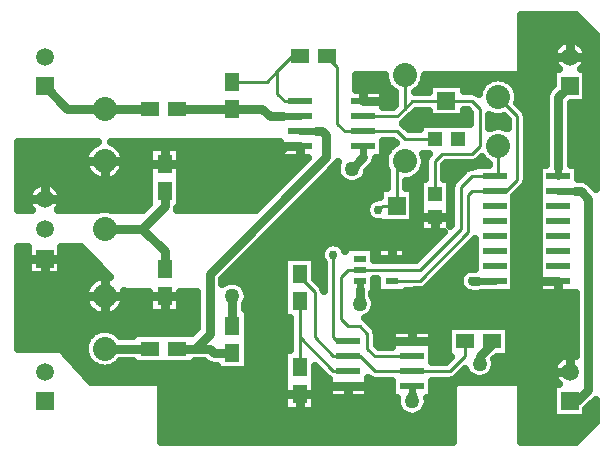
<source format=gbr>
G04 DipTrace 3.3.1.3*
G04 Top.gbr*
%MOIN*%
G04 #@! TF.FileFunction,Copper,L1,Top*
G04 #@! TF.Part,Single*
G04 #@! TA.AperFunction,CopperBalancing*
%ADD14C,0.03*%
G04 #@! TA.AperFunction,Conductor*
%ADD15C,0.023622*%
%ADD16C,0.01*%
G04 #@! TA.AperFunction,CopperBalancing*
%ADD17C,0.025*%
%ADD21R,0.06X0.05*%
%ADD22R,0.05X0.06*%
G04 #@! TA.AperFunction,ViaPad*
%ADD23C,0.05*%
G04 #@! TA.AperFunction,ComponentPad*
%ADD24R,0.05937X0.05937*%
%ADD25C,0.05937*%
%ADD26R,0.07874X0.023622*%
%ADD28R,0.047244X0.047244*%
%ADD29R,0.059055X0.062992*%
%ADD31R,0.062992X0.059055*%
G04 #@! TA.AperFunction,ComponentPad*
%ADD32C,0.08*%
%ADD34R,0.043307X0.023622*%
%FSLAX26Y26*%
G04*
G70*
G90*
G75*
G01*
G04 Top*
%LPD*%
X1187598Y1175000D2*
D15*
X1241969D1*
D14*
X1275000Y1208031D1*
X1281299Y650000D2*
D15*
Y656299D1*
X900000Y950000D2*
D14*
Y1000000D1*
X925000Y1025000D1*
D15*
X975000D1*
X750000Y425000D2*
D14*
Y525000D1*
X1187598Y1025000D2*
D15*
Y987598D1*
D14*
X1150000Y950000D1*
X1175000Y575197D2*
D15*
Y548386D1*
D14*
Y500000D1*
X1615000Y375000D2*
X1625000D1*
X1575000Y325000D1*
Y300000D1*
X1625000Y575000D2*
D15*
X1570630D1*
D14*
X1550000D1*
X1350000Y225000D2*
D15*
Y198189D1*
D14*
Y175000D1*
X525000Y615000D2*
Y675000D1*
X450000Y750000D1*
X325000D1*
X525000Y875000D2*
Y825000D1*
X450000Y750000D1*
X1137402Y325000D2*
D16*
X1087500D1*
X1025000Y387500D1*
Y537500D1*
X975000Y587500D1*
Y600000D1*
X1350000Y275000D2*
X1225000D1*
X1175000Y325000D1*
X1137402D1*
X1525000Y375000D2*
Y325000D1*
X1475000Y275000D1*
X1350000D1*
X1298228Y826870D2*
X1289370D1*
Y839370D1*
X1137402Y375000D2*
X1100000D1*
X1087500Y387500D1*
Y662500D1*
X1237500Y812500D2*
X1251870Y826870D1*
X1298228D1*
Y948228D1*
X1325000Y975000D1*
X750000Y335000D2*
D14*
X690000D1*
X675000Y350000D1*
X625000D1*
X565000D1*
X975000Y1075000D2*
D15*
X1029370D1*
D14*
X1050000D1*
X1062500Y1062500D1*
Y987500D1*
X675000Y600000D1*
Y400000D1*
X625000Y350000D1*
X565000Y1150000D2*
X750000D1*
X975000Y1125000D2*
D15*
X920630D1*
D14*
X875000D1*
X850000Y1150000D1*
X750000D1*
X1837598Y925000D2*
D15*
Y951811D1*
D14*
Y1187598D1*
X1875000Y1225000D1*
X1837598Y875000D2*
D15*
X1891969D1*
D14*
X1912500D1*
X1937500Y850000D1*
Y212500D1*
X1900000Y175000D1*
X1875000D1*
X1281299Y575197D2*
D16*
X1375197D1*
X1537500Y737500D1*
Y862500D1*
X1550000Y875000D1*
X1625000D1*
X1637500Y1187500D2*
X1700000Y1125000D1*
Y912500D1*
X1662500Y875000D1*
X1625000D1*
X1350000Y325000D2*
X1225000D1*
X1200000Y350000D1*
Y400000D1*
X1175000Y425000D1*
X1137500D1*
X1112500Y450000D1*
Y587500D1*
X1137598Y612598D1*
X1175000D1*
X1625000Y925000D2*
X1550000D1*
X1512500Y887500D1*
Y750000D1*
X1375098Y612598D1*
X1175000D1*
X1637500Y1025000D2*
Y937500D1*
X1625000Y925000D1*
X975000Y287500D2*
Y387500D1*
Y510000D1*
X1137402Y275000D2*
X1087500D1*
X975000Y387500D1*
X125000Y1225000D2*
D14*
X200000Y1150000D1*
X324827D1*
X475000D1*
X325000Y350000D2*
X475000D1*
X975000Y1175000D2*
D16*
X925000D1*
X900000Y1200000D1*
Y1275000D1*
X950000Y1325000D1*
X975000D1*
X750000Y1240000D2*
X865000D1*
X900000Y1275000D1*
X1065000Y1325000D2*
Y1322500D1*
X1100000Y1287500D1*
Y1100000D1*
X1125000Y1075000D1*
X1187598D1*
X1300000D1*
X1325000Y1050000D1*
X1425000D1*
X1187598Y1125000D2*
X1300000D1*
X1325000Y1150000D1*
X1350000Y1175000D1*
X1462598D1*
X1464370Y1176772D1*
X1424960Y866240D2*
Y974960D1*
X1450000Y1000000D1*
X1550000D1*
X1575000Y1025000D1*
Y1150000D1*
X1548228Y1176772D1*
X1464370D1*
X1325000Y1262500D2*
Y1150000D1*
D14*
X1275000Y1208031D3*
D23*
X900000Y950000D3*
X750000Y525000D3*
X1150000Y950000D3*
D14*
X1550000Y575000D3*
X1087500Y662500D3*
X1237500Y812500D3*
D23*
X1175000Y500000D3*
X1350000Y175000D3*
X1575000Y300000D3*
X1325000Y450000D3*
Y725000D3*
X40018Y1012631D2*
D17*
X267655D1*
X382317D2*
X471011D1*
X578998D2*
X906645D1*
X40018Y987762D2*
X257249D1*
X392759D2*
X471011D1*
X578998D2*
X906645D1*
X40018Y962894D2*
X257105D1*
X392903D2*
X471011D1*
X578998D2*
X976691D1*
X40018Y938025D2*
X267225D1*
X382784D2*
X471011D1*
X578998D2*
X951823D1*
X40018Y913156D2*
X298049D1*
X351959D2*
X471011D1*
X578998D2*
X926955D1*
X40018Y888287D2*
X82887D1*
X167084D2*
X471011D1*
X578998D2*
X902088D1*
X40018Y863419D2*
X68354D1*
X181653D2*
X471011D1*
X578998D2*
X877220D1*
X40018Y838550D2*
X67206D1*
X182801D2*
X471011D1*
X578998D2*
X852352D1*
X40018Y813681D2*
X78330D1*
X171641D2*
X303360D1*
X346648D2*
X452495D1*
X567444D2*
X827484D1*
X576500Y908498D2*
Y818500D1*
X565986D1*
X565350Y815300D1*
X566995Y812500D1*
X828842D1*
X1002996Y986686D1*
X909130Y986689D1*
Y1037514D1*
X347688Y1037500D1*
X354169Y1034761D1*
X360582Y1031180D1*
X366561Y1026913D1*
X372032Y1022013D1*
X376930Y1016539D1*
X381195Y1010558D1*
X384774Y1004144D1*
X387623Y997374D1*
X389709Y990330D1*
X391005Y983100D1*
X391500Y975000D1*
X391094Y967666D1*
X389882Y960421D1*
X387879Y953354D1*
X385108Y946552D1*
X381604Y940096D1*
X377409Y934066D1*
X372575Y928536D1*
X367160Y923573D1*
X361231Y919237D1*
X354860Y915581D1*
X348125Y912650D1*
X341107Y910480D1*
X333893Y909097D1*
X326571Y908519D1*
X319229Y908751D1*
X311958Y909791D1*
X304846Y911628D1*
X297979Y914237D1*
X291443Y917588D1*
X285316Y921639D1*
X279673Y926341D1*
X274583Y931637D1*
X270108Y937462D1*
X266303Y943745D1*
X263214Y950409D1*
X260879Y957373D1*
X259326Y964553D1*
X258574Y971860D1*
X258633Y979205D1*
X259502Y986498D1*
X261169Y993652D1*
X263616Y1000578D1*
X266811Y1007192D1*
X270717Y1013413D1*
X275284Y1019165D1*
X280458Y1024379D1*
X286176Y1028990D1*
X292367Y1032943D1*
X298957Y1036188D1*
X302288Y1037500D1*
X37505D1*
X37500Y812483D1*
X81634Y812702D1*
X77345Y818663D1*
X73870Y825133D1*
X71269Y832001D1*
X69586Y839149D1*
X68849Y846456D1*
X69072Y853796D1*
X70251Y861045D1*
X72364Y868078D1*
X75377Y874775D1*
X79238Y881023D1*
X83880Y886713D1*
X89225Y891749D1*
X95182Y896045D1*
X101647Y899527D1*
X108512Y902137D1*
X115658Y903828D1*
X122964Y904573D1*
X130305Y904359D1*
X137555Y903189D1*
X144591Y901084D1*
X151292Y898079D1*
X157543Y894226D1*
X163239Y889590D1*
X168281Y884251D1*
X172584Y878300D1*
X176074Y871838D1*
X178692Y864976D1*
X180392Y857832D1*
X181146Y850527D1*
X180915Y842922D1*
X179720Y835676D1*
X177589Y828648D1*
X174561Y821958D1*
X170685Y815720D1*
X168195Y812503D1*
X302277Y812500D1*
X309476Y814663D1*
X319782Y816295D1*
X330218D1*
X340524Y814663D1*
X347559Y812504D1*
X453780Y812500D1*
X473509Y832199D1*
X473500Y1021500D1*
X576500D1*
X576493Y908500D1*
X525000Y1021464D2*
D14*
Y965000D1*
X473536D2*
X576464D1*
X125000Y904574D2*
Y848425D1*
X68851D2*
X181149D1*
X325000Y975000D2*
Y908536D1*
X258536Y975000D2*
X391464D1*
X975000Y1025000D2*
Y986725D1*
X909166Y1025000D2*
X975000D1*
X1714984Y1437631D2*
D17*
X1917179D1*
X1714984Y1412762D2*
X1942047D1*
X1714984Y1387894D2*
X1959989D1*
X1714984Y1363025D2*
X1832636D1*
X1917371D2*
X1959989D1*
X1714984Y1338156D2*
X1818283D1*
X1931725D2*
X1959989D1*
X1714984Y1313287D2*
X1817242D1*
X1932765D2*
X1959989D1*
X1714984Y1288419D2*
X1828545D1*
X1921462D2*
X1959989D1*
X1707520Y1263550D2*
X1816309D1*
X1933698D2*
X1959989D1*
X1164987Y1238681D2*
X1260427D1*
X1389586D2*
X1592535D1*
X1682473D2*
X1816309D1*
X1933698D2*
X1959989D1*
X1164987Y1213812D2*
X1277221D1*
X1372793D2*
X1403856D1*
X1524870D2*
X1573911D1*
X1701061D2*
X1802924D1*
X1933698D2*
X1959989D1*
X1255954Y1188944D2*
X1291000D1*
X1706480D2*
X1793630D1*
X1933698D2*
X1959989D1*
X1255954Y1164075D2*
X1291000D1*
X1707987D2*
X1793594D1*
X1881594D2*
X1959989D1*
X1361238Y1139206D2*
X1403856D1*
X1524870D2*
X1538745D1*
X1730630D2*
X1793594D1*
X1881594D2*
X1959989D1*
X1336370Y1114337D2*
X1541005D1*
X1608982D2*
X1663622D1*
X1734003D2*
X1793594D1*
X1881594D2*
X1959989D1*
X1332566Y1089469D2*
X1372386D1*
X1608982D2*
X1618695D1*
X1656313D2*
X1665990D1*
X1734003D2*
X1793594D1*
X1881594D2*
X1959989D1*
X1734003Y1064600D2*
X1793594D1*
X1881594D2*
X1959989D1*
X1255954Y1039731D2*
X1288237D1*
X1734003D2*
X1793594D1*
X1881594D2*
X1959989D1*
X1255954Y1014862D2*
X1269255D1*
X1734003D2*
X1793594D1*
X1881594D2*
X1959989D1*
X1734003Y989993D2*
X1793594D1*
X1881594D2*
X1959989D1*
X1224986Y965125D2*
X1256731D1*
X1462180D2*
X1603516D1*
X1734003D2*
X1793594D1*
X1881594D2*
X1959989D1*
X1076461Y940256D2*
X1096939D1*
X1203060D2*
X1264231D1*
X1458950D2*
X1518219D1*
X1734003D2*
X1769229D1*
X1905960D2*
X1959989D1*
X1051593Y915387D2*
X1109355D1*
X1190644D2*
X1264231D1*
X1356968D2*
X1372350D1*
X1477574D2*
X1493351D1*
X1734003D2*
X1769229D1*
X1924548D2*
X1959989D1*
X1026725Y890518D2*
X1264231D1*
X1332243D2*
X1372350D1*
X1725068D2*
X1769229D1*
X1001822Y865650D2*
X1239686D1*
X1356752D2*
X1372350D1*
X1700200D2*
X1769229D1*
X976954Y840781D2*
X1204627D1*
X1356752D2*
X1372350D1*
X1693382D2*
X1769229D1*
X952086Y815912D2*
X1193647D1*
X1356752D2*
X1372386D1*
X1693382D2*
X1769229D1*
X927219Y791043D2*
X1199460D1*
X1356752D2*
X1372386D1*
X1693382D2*
X1769229D1*
X902351Y766175D2*
X1372386D1*
X1693382D2*
X1769229D1*
X877483Y741306D2*
X1372386D1*
X1693382D2*
X1769229D1*
X852615Y716437D2*
X1431882D1*
X1693382D2*
X1769229D1*
X827748Y691568D2*
X1055385D1*
X1119630D2*
X1407014D1*
X1538613D2*
X1556615D1*
X1693382D2*
X1769229D1*
X40018Y666699D2*
X66309D1*
X183698D2*
X263134D1*
X802880D2*
X1043722D1*
X1331956D2*
X1382146D1*
X1513746D2*
X1556615D1*
X1693382D2*
X1769229D1*
X40018Y641831D2*
X66309D1*
X183698D2*
X288001D1*
X778012D2*
X920999D1*
X1028986D2*
X1048997D1*
X1488878D2*
X1556615D1*
X1693382D2*
X1769229D1*
X40018Y616962D2*
X66309D1*
X183698D2*
X312869D1*
X753144D2*
X920999D1*
X1028986D2*
X1053483D1*
X1464010D2*
X1556615D1*
X1693382D2*
X1769229D1*
X40018Y592093D2*
X337737D1*
X728277D2*
X920999D1*
X1028986D2*
X1053483D1*
X1439142D2*
X1509679D1*
X1693382D2*
X1769229D1*
X40018Y567224D2*
X271136D1*
X781995D2*
X920999D1*
X1042335D2*
X1053499D1*
X1414275D2*
X1506736D1*
X1693382D2*
X1769229D1*
X40018Y542356D2*
X258289D1*
X800978D2*
X920999D1*
X1331956D2*
X1521879D1*
X1693382D2*
X1769229D1*
X40018Y517487D2*
X256423D1*
X393585D2*
X471011D1*
X578998D2*
X630983D1*
X803454D2*
X920999D1*
X1225954D2*
X1893496D1*
X40018Y492618D2*
X264426D1*
X385583D2*
X471011D1*
X578998D2*
X630983D1*
X794016D2*
X920999D1*
X1228466D2*
X1893496D1*
X40018Y467749D2*
X288683D1*
X361325D2*
X630983D1*
X803992D2*
X920999D1*
X1217665D2*
X1893496D1*
X40018Y442881D2*
X630983D1*
X803992D2*
X940986D1*
X1204173D2*
X1893496D1*
X40018Y418012D2*
X630983D1*
X803992D2*
X940986D1*
X1228359D2*
X1466008D1*
X1674004D2*
X1893496D1*
X40018Y393143D2*
X271889D1*
X378119D2*
X416000D1*
X803992D2*
X940986D1*
X1233992D2*
X1281635D1*
X1418365D2*
X1466008D1*
X1674004D2*
X1893496D1*
X40018Y368274D2*
X258576D1*
X803992D2*
X940986D1*
X1233992D2*
X1281635D1*
X1418365D2*
X1466008D1*
X1674004D2*
X1893496D1*
X188973Y343406D2*
X256316D1*
X803992D2*
X920999D1*
X1418365D2*
X1466008D1*
X1674004D2*
X1893496D1*
X211078Y318537D2*
X263923D1*
X803992D2*
X920999D1*
X1418365D2*
X1471498D1*
X1629723D2*
X1839024D1*
X233183Y293668D2*
X287176D1*
X362832D2*
X683768D1*
X803992D2*
X920999D1*
X1628611D2*
X1820077D1*
X255287Y268799D2*
X920999D1*
X1028986D2*
X1046665D1*
X1515863D2*
X1531532D1*
X1618456D2*
X1816488D1*
X277392Y243930D2*
X920999D1*
X1028986D2*
X1069021D1*
X1205788D2*
X1217294D1*
X1482706D2*
X1824670D1*
X515017Y219062D2*
X920999D1*
X1028986D2*
X1069021D1*
X1205788D2*
X1281635D1*
X1418365D2*
X1484990D1*
X1714984D2*
X1816309D1*
X515017Y194193D2*
X920999D1*
X1028986D2*
X1069021D1*
X1205788D2*
X1281635D1*
X1418365D2*
X1484990D1*
X1714984D2*
X1816309D1*
X515017Y169324D2*
X920999D1*
X1028986D2*
X1296311D1*
X1403689D2*
X1484990D1*
X1714984D2*
X1816309D1*
X515017Y144455D2*
X920999D1*
X1028986D2*
X1306036D1*
X1393964D2*
X1484990D1*
X1714984D2*
X1816309D1*
X1933698D2*
X1959989D1*
X515017Y119587D2*
X1484990D1*
X1714984D2*
X1816309D1*
X1933698D2*
X1959989D1*
X515017Y94718D2*
X1484990D1*
X1714984D2*
X1949547D1*
X515017Y69849D2*
X1484990D1*
X1714984D2*
X1924679D1*
X515017Y44980D2*
X1484990D1*
X1714984D2*
X1899811D1*
X1477686Y426500D2*
X1671500D1*
Y323500D1*
X1632207D1*
X1624125Y315435D1*
X1625866Y308056D1*
X1626500Y300000D1*
X1625866Y291944D1*
X1623979Y284086D1*
X1620887Y276619D1*
X1616664Y269729D1*
X1611416Y263584D1*
X1605271Y258336D1*
X1598381Y254113D1*
X1590914Y251021D1*
X1583056Y249134D1*
X1575000Y248500D1*
X1566944Y249134D1*
X1559086Y251021D1*
X1551619Y254113D1*
X1544729Y258336D1*
X1538584Y263584D1*
X1533336Y269729D1*
X1529113Y276619D1*
X1526726Y282174D1*
X1495458Y251047D1*
X1491459Y248142D1*
X1487055Y245898D1*
X1482354Y244370D1*
X1477471Y243597D1*
X1415899Y243500D1*
X1415870Y186689D1*
X1400189D1*
X1401341Y179041D1*
Y170959D1*
X1400077Y162978D1*
X1397580Y155292D1*
X1393911Y148091D1*
X1389161Y141553D1*
X1383447Y135839D1*
X1376909Y131089D1*
X1369708Y127420D1*
X1362022Y124923D1*
X1354041Y123659D1*
X1345959D1*
X1337978Y124923D1*
X1330292Y127420D1*
X1323091Y131089D1*
X1316553Y135839D1*
X1310839Y141553D1*
X1306089Y148091D1*
X1302420Y155292D1*
X1299923Y162978D1*
X1298659Y170959D1*
Y179041D1*
X1299858Y186697D1*
X1284130Y186689D1*
Y243493D1*
X1222529Y243597D1*
X1217646Y244370D1*
X1212945Y245898D1*
X1208541Y248142D1*
X1204535Y251054D1*
X1203272Y249006D1*
Y186689D1*
X1071531D1*
Y247843D1*
X1067042Y251047D1*
X1026480Y291472D1*
X1026500Y141000D1*
X923500D1*
Y344000D1*
X943488D1*
X943500Y453491D1*
X923500Y453500D1*
Y656500D1*
X1026500D1*
Y580533D1*
X1048953Y557958D1*
X1051858Y553959D1*
X1054102Y549555D1*
X1056000Y543668D1*
X1055943Y635548D1*
X1052115Y640816D1*
X1049159Y646619D1*
X1047147Y652812D1*
X1046128Y659244D1*
Y665756D1*
X1047147Y672188D1*
X1049159Y678381D1*
X1052115Y684184D1*
X1055943Y689452D1*
X1060548Y694057D1*
X1065816Y697885D1*
X1071619Y700841D1*
X1077812Y702853D1*
X1084244Y703872D1*
X1090756D1*
X1097188Y702853D1*
X1103381Y700841D1*
X1109184Y697885D1*
X1114452Y694057D1*
X1119057Y689452D1*
X1122885Y684184D1*
X1125841Y678381D1*
X1126846Y675993D1*
Y688311D1*
X1223154D1*
Y644127D1*
X1233168Y644098D1*
X1233146Y688311D1*
X1329453D1*
Y644094D1*
X1362064Y644098D1*
X1455310Y737358D1*
X1374878Y737378D1*
X1374839Y916362D1*
X1393462D1*
X1393557Y977432D1*
X1394330Y982314D1*
X1395858Y987015D1*
X1398102Y991419D1*
X1401007Y995418D1*
X1405351Y999899D1*
X1386668Y999878D1*
X1389663Y990524D1*
X1391295Y980218D1*
Y969782D1*
X1389663Y959476D1*
X1386438Y949552D1*
X1381701Y940254D1*
X1375567Y931812D1*
X1368188Y924433D1*
X1359746Y918299D1*
X1350448Y913562D1*
X1340524Y910337D1*
X1330218Y908705D1*
X1329708Y908685D1*
X1329728Y884893D1*
X1354256Y884866D1*
Y768874D1*
X1242201D1*
Y771278D1*
X1237500Y771000D1*
X1231008Y771511D1*
X1224676Y773031D1*
X1218659Y775523D1*
X1213107Y778926D1*
X1208155Y783155D1*
X1203926Y788107D1*
X1200523Y793659D1*
X1198031Y799676D1*
X1196511Y806008D1*
X1196000Y812500D1*
X1196511Y818992D1*
X1198031Y825324D1*
X1200523Y831341D1*
X1203926Y836893D1*
X1208155Y841845D1*
X1213107Y846074D1*
X1218659Y849477D1*
X1224676Y851969D1*
X1231008Y853489D1*
X1235758Y853932D1*
X1239816Y855972D1*
X1242145Y856831D1*
X1242201Y884866D1*
X1266710D1*
X1266728Y942955D1*
X1263562Y949552D1*
X1260337Y959476D1*
X1258705Y969782D1*
Y980218D1*
X1260337Y990524D1*
X1263562Y1000448D1*
X1268299Y1009746D1*
X1274433Y1018188D1*
X1281812Y1025567D1*
X1290254Y1031701D1*
X1295754Y1034687D1*
X1286969Y1043484D1*
X1253458Y1043500D1*
X1253469Y986689D1*
X1229103D1*
X1228588Y981106D1*
X1227067Y974774D1*
X1224575Y968758D1*
X1221173Y963205D1*
X1216943Y958253D1*
X1200866Y941944D1*
X1198979Y934086D1*
X1195887Y926619D1*
X1191664Y919729D1*
X1186416Y913584D1*
X1180271Y908336D1*
X1173381Y904113D1*
X1165914Y901021D1*
X1158056Y899134D1*
X1150000Y898500D1*
X1141944Y899134D1*
X1134086Y901021D1*
X1126619Y904113D1*
X1119729Y908336D1*
X1113584Y913584D1*
X1108336Y919729D1*
X1104113Y926619D1*
X1101021Y934086D1*
X1099134Y941944D1*
X1098500Y950000D1*
X1099134Y958056D1*
X1101021Y965914D1*
X1104113Y973381D1*
X1094057Y960548D1*
X1065862Y932172D1*
X716488Y582798D1*
X716553Y564161D1*
X723091Y568911D1*
X730292Y572580D1*
X737978Y575077D1*
X745959Y576341D1*
X754041D1*
X762022Y575077D1*
X769708Y572580D1*
X776909Y568911D1*
X783447Y564161D1*
X789161Y558447D1*
X793911Y551909D1*
X797580Y544708D1*
X800077Y537022D1*
X801341Y529041D1*
Y520959D1*
X800077Y512978D1*
X797580Y505292D1*
X793911Y498091D1*
X791498Y494518D1*
X791500Y481472D1*
X801500Y481500D1*
Y278500D1*
X698500D1*
Y293535D1*
X686744Y293628D1*
X680312Y294647D1*
X674119Y296659D1*
X668316Y299615D1*
X663048Y303443D1*
X657788Y308522D1*
X624987Y308500D1*
X621500Y300450D1*
Y298500D1*
X418500D1*
Y308512D1*
X376929Y308500D1*
X372023Y302977D1*
X364088Y296200D1*
X355190Y290748D1*
X345550Y286755D1*
X335403Y284319D1*
X325000Y283500D1*
X314597Y284319D1*
X304450Y286755D1*
X294810Y290748D1*
X285912Y296200D1*
X277977Y302977D1*
X271200Y310912D1*
X265748Y319810D1*
X261755Y329450D1*
X259319Y339597D1*
X258500Y350000D1*
X259319Y360403D1*
X261755Y370550D1*
X265748Y380190D1*
X271200Y389088D1*
X277977Y397023D1*
X285912Y403800D1*
X294810Y409252D1*
X304450Y413245D1*
X314597Y415681D1*
X325000Y416500D1*
X335403Y415681D1*
X345550Y413245D1*
X355190Y409252D1*
X364088Y403800D1*
X372023Y397023D1*
X376893Y391506D1*
X418478Y391500D1*
X418500Y401500D1*
X617839D1*
X633488Y417178D1*
X633500Y537472D1*
X576500Y537405D1*
Y468500D1*
X473500D1*
Y537505D1*
X398045Y537654D1*
X395216Y538451D1*
X392653Y539887D1*
X388903Y543419D1*
X390756Y534921D1*
X391449Y527608D1*
X391272Y519494D1*
X390260Y512219D1*
X388453Y505100D1*
X385871Y498223D1*
X382546Y491673D1*
X378520Y485530D1*
X373840Y479868D1*
X368565Y474757D1*
X362758Y470259D1*
X356490Y466428D1*
X349838Y463313D1*
X342883Y460950D1*
X335710Y459368D1*
X328407Y458587D1*
X321061Y458617D1*
X313764Y459456D1*
X306604Y461095D1*
X299668Y463514D1*
X293042Y466683D1*
X286805Y470563D1*
X281034Y475108D1*
X275800Y480261D1*
X271166Y485960D1*
X267189Y492135D1*
X263917Y498712D1*
X261390Y505609D1*
X259639Y512743D1*
X258686Y520026D1*
X258542Y527370D1*
X259209Y534685D1*
X260678Y541882D1*
X262933Y548872D1*
X265944Y555572D1*
X269676Y561899D1*
X274083Y567775D1*
X279111Y573130D1*
X284699Y577897D1*
X290779Y582019D1*
X297276Y585445D1*
X304112Y588134D1*
X311202Y590053D1*
X318461Y591178D1*
X325799Y591495D1*
X333128Y591001D1*
X340358Y589702D1*
X343431Y588890D1*
X244830Y687493D1*
X181210Y687500D1*
X181185Y593815D1*
X68815D1*
Y687494D1*
X37530Y687500D1*
X37500Y350022D1*
X176711Y349882D1*
X179554Y349141D1*
X182146Y347756D1*
X184343Y345805D1*
X280633Y237478D1*
X501955Y237346D1*
X504784Y236549D1*
X507347Y235113D1*
X509505Y233118D1*
X511138Y230675D1*
X512155Y227918D1*
X512500Y225000D1*
Y37505D1*
X1487497Y37500D1*
X1487654Y226955D1*
X1488451Y229784D1*
X1489887Y232347D1*
X1491882Y234505D1*
X1494325Y236138D1*
X1497082Y237155D1*
X1500000Y237500D1*
X1701955Y237346D1*
X1704784Y236549D1*
X1707347Y235113D1*
X1709505Y233118D1*
X1711138Y230675D1*
X1712155Y227918D1*
X1712500Y225000D1*
Y37505D1*
X1894823Y37500D1*
X1962487Y105165D1*
X1962500Y178838D1*
X1931169Y147479D1*
X1931185Y118815D1*
X1818815D1*
Y231185D1*
X1837941D1*
X1832825Y236303D1*
X1828344Y242121D1*
X1824659Y248474D1*
X1821835Y255253D1*
X1819919Y262342D1*
X1818944Y269621D1*
X1818927Y276965D1*
X1819867Y284248D1*
X1821750Y291347D1*
X1824542Y298139D1*
X1828197Y304509D1*
X1832651Y310348D1*
X1837828Y315556D1*
X1843641Y320044D1*
X1849989Y323736D1*
X1856765Y326569D1*
X1863852Y328493D1*
X1871130Y329477D1*
X1878473Y329503D1*
X1885758Y328571D1*
X1892859Y326696D1*
X1896001Y325533D1*
X1896000Y536714D1*
X1771729Y536689D1*
X1771728Y813311D1*
Y963311D1*
X1796094D1*
X1796226Y1190854D1*
X1797245Y1197286D1*
X1799257Y1203480D1*
X1802214Y1209282D1*
X1806042Y1214551D1*
X1818834Y1227524D1*
X1818815Y1281185D1*
X1837941D1*
X1832825Y1286303D1*
X1828344Y1292121D1*
X1824659Y1298474D1*
X1821835Y1305253D1*
X1819919Y1312342D1*
X1818944Y1319621D1*
X1818927Y1326965D1*
X1819867Y1334248D1*
X1821750Y1341347D1*
X1824542Y1348139D1*
X1828197Y1354509D1*
X1832651Y1360348D1*
X1837828Y1365556D1*
X1843641Y1370044D1*
X1849989Y1373736D1*
X1856765Y1376569D1*
X1863852Y1378493D1*
X1871130Y1379477D1*
X1878473Y1379503D1*
X1885758Y1378571D1*
X1892859Y1376696D1*
X1899654Y1373912D1*
X1906029Y1370265D1*
X1911873Y1365818D1*
X1917087Y1360647D1*
X1921582Y1354839D1*
X1925282Y1348495D1*
X1928122Y1341723D1*
X1930055Y1334638D1*
X1931047Y1327362D1*
X1931065Y1319753D1*
X1930107Y1312472D1*
X1928208Y1305378D1*
X1925399Y1298593D1*
X1921730Y1292231D1*
X1917262Y1286403D1*
X1912045Y1281183D1*
X1931185Y1281185D1*
Y1168815D1*
X1879117D1*
X1879098Y963286D1*
X1903469Y963311D1*
Y916482D1*
X1915756Y916372D1*
X1922188Y915353D1*
X1928381Y913341D1*
X1934184Y910385D1*
X1939452Y906557D1*
X1962517Y883673D1*
X1962500Y1394809D1*
X1894835Y1462487D1*
X1712501Y1462500D1*
X1712346Y1273045D1*
X1711549Y1270216D1*
X1710113Y1267653D1*
X1708118Y1265495D1*
X1705675Y1263862D1*
X1702918Y1262845D1*
X1700000Y1262500D1*
X1391504D1*
X1390681Y1252097D1*
X1388245Y1241950D1*
X1384252Y1232310D1*
X1378800Y1223412D1*
X1372023Y1215477D1*
X1364088Y1208700D1*
X1360781Y1206491D1*
X1406374Y1206500D1*
Y1232800D1*
X1522366D1*
Y1208291D1*
X1550699Y1208175D1*
X1555582Y1207402D1*
X1560283Y1205874D1*
X1564687Y1203630D1*
X1568686Y1200725D1*
X1571819Y1197903D1*
X1574255Y1208050D1*
X1578248Y1217690D1*
X1583700Y1226588D1*
X1590477Y1234523D1*
X1598412Y1241300D1*
X1607310Y1246752D1*
X1616950Y1250745D1*
X1627097Y1253181D1*
X1637500Y1254000D1*
X1647903Y1253181D1*
X1658050Y1250745D1*
X1667690Y1246752D1*
X1676588Y1241300D1*
X1684523Y1234523D1*
X1691300Y1226588D1*
X1696752Y1217690D1*
X1700745Y1208050D1*
X1703181Y1197903D1*
X1704000Y1187500D1*
X1703181Y1177097D1*
X1701149Y1168383D1*
X1723953Y1145458D1*
X1726858Y1141459D1*
X1729102Y1137055D1*
X1730630Y1132354D1*
X1731403Y1127471D1*
X1731500Y1060696D1*
X1731403Y910029D1*
X1730630Y905146D1*
X1729102Y900445D1*
X1726858Y896041D1*
X1723953Y892042D1*
X1690886Y858838D1*
X1690870Y536689D1*
X1586511Y536659D1*
X1580318Y534647D1*
X1573886Y533628D1*
X1550000Y533500D1*
X1543508Y534011D1*
X1537176Y535531D1*
X1531159Y538023D1*
X1525607Y541426D1*
X1520655Y545655D1*
X1516426Y550607D1*
X1513023Y556159D1*
X1510531Y562176D1*
X1509011Y568508D1*
X1508500Y575000D1*
X1509011Y581492D1*
X1510531Y587824D1*
X1513023Y593841D1*
X1516426Y599393D1*
X1520655Y604345D1*
X1525607Y608574D1*
X1531159Y611977D1*
X1537176Y614469D1*
X1543508Y615989D1*
X1550000Y616500D1*
X1559150D1*
X1559130Y714571D1*
X1395655Y551244D1*
X1391656Y548339D1*
X1387251Y546095D1*
X1382550Y544567D1*
X1377668Y543794D1*
X1329445Y543697D1*
X1329453Y536886D1*
X1233146D1*
Y581131D1*
X1223129Y581098D1*
X1223154Y536886D1*
X1216515D1*
X1216664Y530271D1*
X1220887Y523381D1*
X1223979Y515914D1*
X1225866Y508056D1*
X1226500Y500000D1*
X1225866Y491944D1*
X1223979Y484086D1*
X1220887Y476619D1*
X1216664Y469729D1*
X1211416Y463584D1*
X1205271Y458336D1*
X1198381Y454113D1*
X1192085Y451453D1*
X1195458Y448953D1*
X1222274Y422274D1*
X1225484Y418515D1*
X1228067Y414301D1*
X1229958Y409734D1*
X1231112Y404928D1*
X1231500Y399990D1*
Y363075D1*
X1238031Y356517D1*
X1284101Y356500D1*
X1284130Y413311D1*
X1415870D1*
Y306506D1*
X1461923Y306500D1*
X1478937Y323485D1*
X1468500Y323500D1*
Y426500D1*
X1477686D1*
X1568316Y963311D2*
X1606031D1*
X1606000Y966459D1*
X1598412Y971200D1*
X1590477Y977977D1*
X1583700Y985912D1*
X1582397Y987863D1*
X1570458Y976047D1*
X1566459Y973142D1*
X1562055Y970898D1*
X1557354Y969370D1*
X1552471Y968597D1*
X1485696Y968500D1*
X1463053D1*
X1456466Y961918D1*
X1456460Y916361D1*
X1475083Y916362D1*
X1475122Y757177D1*
X1480988Y763036D1*
X1481097Y889971D1*
X1481870Y894854D1*
X1483398Y899555D1*
X1485642Y903959D1*
X1488547Y907958D1*
X1527726Y947274D1*
X1531485Y950484D1*
X1535699Y953067D1*
X1540266Y954958D1*
X1545072Y956112D1*
X1550010Y956500D1*
X1559130Y960180D1*
Y963311D1*
X1568316D1*
X1384065Y1100122D2*
X1543508Y1100162D1*
X1543500Y1136923D1*
X1535193Y1145260D1*
X1522356Y1145272D1*
X1522366Y1120744D1*
X1406374D1*
Y1143531D1*
X1363019Y1143500D1*
X1320450Y1101041D1*
X1320458Y1098953D1*
X1338031Y1081517D1*
X1374843Y1081500D1*
X1374878Y1100122D1*
X1384065D1*
X1293511Y1203976D2*
X1285912Y1208700D1*
X1277977Y1215477D1*
X1271200Y1223412D1*
X1265748Y1232310D1*
X1261755Y1241950D1*
X1259319Y1252097D1*
X1258501Y1262480D1*
X1162491Y1262500D1*
X1162500Y1213315D1*
X1253469Y1213311D1*
Y1156506D1*
X1286962Y1156500D1*
X1293483Y1163031D1*
X1293500Y1203934D1*
X1606509Y1083803D2*
X1612052Y1086438D1*
X1621976Y1089663D1*
X1632282Y1091295D1*
X1642718D1*
X1653024Y1089663D1*
X1662948Y1086438D1*
X1668491Y1083803D1*
X1668500Y1111980D1*
X1656640Y1123812D1*
X1647903Y1121819D1*
X1637500Y1121000D1*
X1627097Y1121819D1*
X1616950Y1124255D1*
X1607310Y1128248D1*
X1606509Y1128697D1*
X1606500Y1083865D1*
X1099482Y968671D2*
X1096074Y963107D1*
X525000Y525000D2*
D14*
Y468536D1*
X473536Y525000D2*
X576464D1*
X125000Y650000D2*
Y593851D1*
X68851Y650000D2*
X181149D1*
X1875000Y1379574D2*
Y1323425D1*
X1818851D2*
X1931149D1*
X1875000Y329574D2*
Y273425D1*
X1818851D2*
X1875000D1*
X1837598Y575000D2*
Y536725D1*
X1771765Y575000D2*
X1837598D1*
X1425000Y787500D2*
Y737414D1*
X1374914Y787500D2*
X1475086D1*
X975000Y197500D2*
Y141036D1*
X923536Y197500D2*
X1026464D1*
X325000Y591464D2*
Y458536D1*
X258536Y525000D2*
X391464D1*
X1187598Y1213275D2*
Y1175000D1*
X1253433D1*
X1350000Y413275D2*
Y375000D1*
X1284166D2*
X1415834D1*
X1137402Y225000D2*
Y186725D1*
X1071567Y225000D2*
X1203236D1*
X1281299Y688275D2*
Y650000D1*
X1233182D2*
X1329417D1*
D21*
X1525000Y375000D3*
X1615000D3*
D22*
X525000Y525000D3*
Y615000D3*
Y875000D3*
Y965000D3*
D24*
X125000Y650000D3*
D25*
Y748425D3*
Y848425D3*
D24*
Y1225000D3*
D25*
Y1323425D3*
D24*
Y175000D3*
D25*
Y273425D3*
D24*
X1875000Y1225000D3*
D25*
Y1323425D3*
D24*
Y175000D3*
D25*
Y273425D3*
D26*
X1625000Y925000D3*
Y875000D3*
Y825000D3*
Y775000D3*
Y725000D3*
Y675000D3*
Y625000D3*
Y575000D3*
X1837598D3*
Y625000D3*
Y675000D3*
Y725000D3*
Y775000D3*
Y825000D3*
Y875000D3*
Y925000D3*
D21*
X475000Y1150000D3*
X565000D3*
X475000Y350000D3*
X565000D3*
D22*
X750000Y425000D3*
Y335000D3*
Y1150000D3*
Y1240000D3*
D21*
X975000Y1325000D3*
X1065000D3*
D28*
X1425000Y787500D3*
D29*
X1298228Y826870D3*
D28*
X1424960Y866240D3*
X1425000Y1050000D3*
D31*
X1464370Y1176772D3*
D28*
X1503740Y1050040D3*
D22*
X975000Y600000D3*
Y510000D3*
Y287500D3*
Y197500D3*
D32*
X325000Y525000D3*
Y750000D3*
Y975000D3*
Y1150000D3*
Y350000D3*
X1325000Y1262500D3*
Y975000D3*
X1637500Y1025000D3*
Y1187500D3*
D26*
X975000Y1175000D3*
Y1125000D3*
Y1075000D3*
Y1025000D3*
X1187598D3*
Y1075000D3*
Y1125000D3*
Y1175000D3*
X1350000Y225000D3*
Y275000D3*
Y325000D3*
Y375000D3*
X1137402D3*
Y325000D3*
Y275000D3*
Y225000D3*
D34*
X1175000Y650000D3*
Y612598D3*
Y575197D3*
X1281299D3*
Y650000D3*
M02*

</source>
